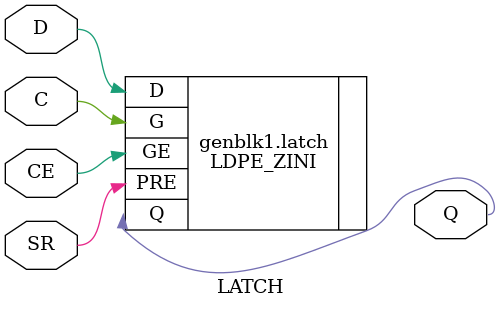
<source format=v>
`include "ldpe_zini.sim.v"
`include "ldce_zini.sim.v"

(* MODES="LDPE; LDCE" *)
module LATCH(C, CE, SR, D, Q);
	(* CLOCK *)
	input wire C;
	input wire CE;
	input wire SR;

	/* FF signals */
	input wire D;
	output wire Q;

	parameter MODE = "LDPE";
 	generate
		if (MODE == "LDPE") begin
			LDPE_ZINI latch(.G(C), .GE(CE), .PRE(SR), .D(D), .Q(Q));
		end
		if (MODE == "LDCE") begin
			LDCE_ZINI latch(.G(C), .GE(CE), .CLR(SR), .D(D), .Q(Q));
		end
	endgenerate
endmodule

</source>
